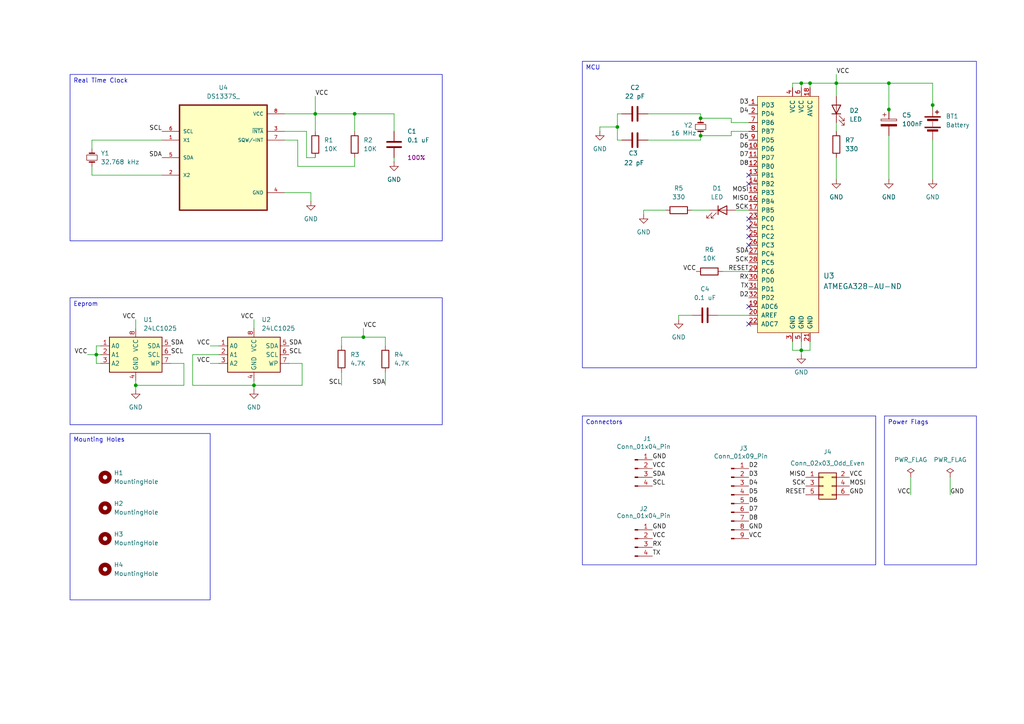
<source format=kicad_sch>
(kicad_sch (version 20231120) (generator "eeschema") (generator_version "8.0")
  (paper "A4")
  (title_block (title "${project_name}") (date "2024-12-24") (rev "1.0") (company "Ibrahim Okur"))
  (lib_symbols
    (symbol "ATMEGA328-AU-ND:ATMEGA328-AU-ND" (pin_names (offset 1.016))
      (property "Reference" "U" (at -10.16 13.97 0))
      (property "Value" "ATMEGA328-AU-ND" (at 2.54 -25.4 90))
      (symbol "ATMEGA328-AU-ND_0_1"
        (rectangle (start -10.16 12.7) (end 7.62 -55.88) (fill (type background)))
      )
      (symbol "ATMEGA328-AU-ND_1_1"
        (pin bidirectional line (at -12.7 10.16 0) (length 2.54) (name "PD3") (number "1"))
        (pin bidirectional line (at -12.7 -2.54 0) (length 2.54) (name "PD6") (number "10"))
        (pin bidirectional line (at -12.7 -5.08 0) (length 2.54) (name "PD7") (number "11"))
        (pin bidirectional line (at -12.7 -7.62 0) (length 2.54) (name "PB0") (number "12"))
        (pin bidirectional line (at -12.7 -10.16 0) (length 2.54) (name "PB1") (number "13"))
        (pin bidirectional line (at -12.7 -12.7 0) (length 2.54) (name "PB2") (number "14"))
        (pin bidirectional line (at -12.7 -15.24 0) (length 2.54) (name "PB3") (number "15"))
        (pin bidirectional line (at -12.7 -17.78 0) (length 2.54) (name "PB4") (number "16"))
        (pin bidirectional line (at -12.7 -20.32 0) (length 2.54) (name "PB5") (number "17"))
        (pin power_in line (at 5.08 15.24 270) (length 2.54) (name "AVCC") (number "18"))
        (pin bidirectional line (at -12.7 -48.26 0) (length 2.54) (name "ADC6") (number "19"))
        (pin bidirectional line (at -12.7 7.62 0) (length 2.54) (name "PD4") (number "2"))
        (pin input line (at -12.7 -50.8 0) (length 2.54) (name "AREF") (number "20"))
        (pin power_in line (at 5.08 -58.42 90) (length 2.54) (name "GND") (number "21"))
        (pin bidirectional line (at -12.7 -53.34 0) (length 2.54) (name "ADC7") (number "22"))
        (pin bidirectional line (at -12.7 -22.86 0) (length 2.54) (name "PC0") (number "23"))
        (pin bidirectional line (at -12.7 -25.4 0) (length 2.54) (name "PC1") (number "24"))
        (pin bidirectional line (at -12.7 -27.94 0) (length 2.54) (name "PC2") (number "25"))
        (pin input line (at -12.7 -30.48 0) (length 2.54) (name "PC3") (number "26"))
        (pin input line (at -12.7 -33.02 0) (length 2.54) (name "PC4") (number "27"))
        (pin input line (at -12.7 -35.56 0) (length 2.54) (name "PC5") (number "28"))
        (pin input line (at -12.7 -38.1 0) (length 2.54) (name "PC6") (number "29"))
        (pin power_in line (at 0 -58.42 90) (length 2.54) (name "GND") (number "3"))
        (pin input line (at -12.7 -40.64 0) (length 2.54) (name "PD0") (number "30"))
        (pin input line (at -12.7 -43.18 0) (length 2.54) (name "PD1") (number "31"))
        (pin input line (at -12.7 -45.72 0) (length 2.54) (name "PD2") (number "32"))
        (pin power_in line (at 0 15.24 270) (length 2.54) (name "VCC") (number "4"))
        (pin power_in line (at 2.54 -58.42 90) (length 2.54) (name "GND") (number "5"))
        (pin power_in line (at 2.54 15.24 270) (length 2.54) (name "VCC") (number "6"))
        (pin bidirectional line (at -12.7 5.08 0) (length 2.54) (name "PB6") (number "7"))
        (pin bidirectional line (at -12.7 2.54 0) (length 2.54) (name "PB7") (number "8"))
        (pin bidirectional line (at -12.7 0 0) (length 2.54) (name "PD5") (number "9"))
      )
    )
    (symbol "Connector:Conn_01x04_Pin" (pin_names (offset 1.016) hide)
      (property "Reference" "J" (at 0 5.08 0))
      (property "Value" "Conn_01x04_Pin" (at 0 -7.62 0))
      (symbol "Conn_01x04_Pin_1_1"
        (polyline (pts (xy 1.27 -5.08) (xy 0.8636 -5.08)) (stroke (width 0.1524)))
        (polyline (pts (xy 1.27 -2.54) (xy 0.8636 -2.54)) (stroke (width 0.1524)))
        (polyline (pts (xy 1.27 0) (xy 0.8636 0)) (stroke (width 0.1524)))
        (polyline (pts (xy 1.27 2.54) (xy 0.8636 2.54)) (stroke (width 0.1524)))
        (rectangle (start 0.8636 -4.953) (end 0 -5.207) (stroke (width 0.1524)) (fill (type outline)))
        (rectangle (start 0.8636 -2.413) (end 0 -2.667) (stroke (width 0.1524)) (fill (type outline)))
        (rectangle (start 0.8636 0.127) (end 0 -0.127) (stroke (width 0.1524)) (fill (type outline)))
        (rectangle (start 0.8636 2.667) (end 0 2.413) (stroke (width 0.1524)) (fill (type outline)))
        (pin passive line (at 5.08 2.54 180) (length 3.81) (name "Pin_1") (number "1"))
        (pin passive line (at 5.08 0 180) (length 3.81) (name "Pin_2") (number "2"))
        (pin passive line (at 5.08 -2.54 180) (length 3.81) (name "Pin_3") (number "3"))
        (pin passive line (at 5.08 -5.08 180) (length 3.81) (name "Pin_4") (number "4"))
      )
    )
    (symbol "Connector:Conn_01x09_Pin" (pin_names (offset 1.016) hide)
      (property "Reference" "J" (at 0 12.7 0))
      (property "Value" "Conn_01x09_Pin" (at 0 -12.7 0))
      (symbol "Conn_01x09_Pin_1_1"
        (polyline (pts (xy 1.27 -10.16) (xy 0.8636 -10.16)) (stroke (width 0.1524)))
        (polyline (pts (xy 1.27 -7.62) (xy 0.8636 -7.62)) (stroke (width 0.1524)))
        (polyline (pts (xy 1.27 -5.08) (xy 0.8636 -5.08)) (stroke (width 0.1524)))
        (polyline (pts (xy 1.27 -2.54) (xy 0.8636 -2.54)) (stroke (width 0.1524)))
        (polyline (pts (xy 1.27 0) (xy 0.8636 0)) (stroke (width 0.1524)))
        (polyline (pts (xy 1.27 2.54) (xy 0.8636 2.54)) (stroke (width 0.1524)))
        (polyline (pts (xy 1.27 5.08) (xy 0.8636 5.08)) (stroke (width 0.1524)))
        (polyline (pts (xy 1.27 7.62) (xy 0.8636 7.62)) (stroke (width 0.1524)))
        (polyline (pts (xy 1.27 10.16) (xy 0.8636 10.16)) (stroke (width 0.1524)))
        (rectangle (start 0.8636 -10.033) (end 0 -10.287) (stroke (width 0.1524)) (fill (type outline)))
        (rectangle (start 0.8636 -7.493) (end 0 -7.747) (stroke (width 0.1524)) (fill (type outline)))
        (rectangle (start 0.8636 -4.953) (end 0 -5.207) (stroke (width 0.1524)) (fill (type outline)))
        (rectangle (start 0.8636 -2.413) (end 0 -2.667) (stroke (width 0.1524)) (fill (type outline)))
        (rectangle (start 0.8636 0.127) (end 0 -0.127) (stroke (width 0.1524)) (fill (type outline)))
        (rectangle (start 0.8636 2.667) (end 0 2.413) (stroke (width 0.1524)) (fill (type outline)))
        (rectangle (start 0.8636 5.207) (end 0 4.953) (stroke (width 0.1524)) (fill (type outline)))
        (rectangle (start 0.8636 7.747) (end 0 7.493) (stroke (width 0.1524)) (fill (type outline)))
        (rectangle (start 0.8636 10.287) (end 0 10.033) (stroke (width 0.1524)) (fill (type outline)))
        (pin passive line (at 5.08 10.16 180) (length 3.81) (name "Pin_1") (number "1"))
        (pin passive line (at 5.08 7.62 180) (length 3.81) (name "Pin_2") (number "2"))
        (pin passive line (at 5.08 5.08 180) (length 3.81) (name "Pin_3") (number "3"))
        (pin passive line (at 5.08 2.54 180) (length 3.81) (name "Pin_4") (number "4"))
        (pin passive line (at 5.08 0 180) (length 3.81) (name "Pin_5") (number "5"))
        (pin passive line (at 5.08 -2.54 180) (length 3.81) (name "Pin_6") (number "6"))
        (pin passive line (at 5.08 -5.08 180) (length 3.81) (name "Pin_7") (number "7"))
        (pin passive line (at 5.08 -7.62 180) (length 3.81) (name "Pin_8") (number "8"))
        (pin passive line (at 5.08 -10.16 180) (length 3.81) (name "Pin_9") (number "9"))
      )
    )
    (symbol "Connector_Generic:Conn_02x03_Odd_Even" (pin_names (offset 1.016) hide)
      (property "Reference" "J" (at 1.27 5.08 0))
      (property "Value" "Conn_02x03_Odd_Even" (at 1.27 -5.08 0))
      (symbol "Conn_02x03_Odd_Even_1_1"
        (rectangle (start -1.27 -2.413) (end 0 -2.667) (stroke (width 0.1524)))
        (rectangle (start -1.27 0.127) (end 0 -0.127) (stroke (width 0.1524)))
        (rectangle (start -1.27 2.667) (end 0 2.413) (stroke (width 0.1524)))
        (rectangle (start -1.27 3.81) (end 3.81 -3.81) (stroke (width 0.254)) (fill (type background)))
        (rectangle (start 3.81 -2.413) (end 2.54 -2.667) (stroke (width 0.1524)))
        (rectangle (start 3.81 0.127) (end 2.54 -0.127) (stroke (width 0.1524)))
        (rectangle (start 3.81 2.667) (end 2.54 2.413) (stroke (width 0.1524)))
        (pin passive line (at -5.08 2.54 0) (length 3.81) (name "Pin_1") (number "1"))
        (pin passive line (at 7.62 2.54 180) (length 3.81) (name "Pin_2") (number "2"))
        (pin passive line (at -5.08 0 0) (length 3.81) (name "Pin_3") (number "3"))
        (pin passive line (at 7.62 0 180) (length 3.81) (name "Pin_4") (number "4"))
        (pin passive line (at -5.08 -2.54 0) (length 3.81) (name "Pin_5") (number "5"))
        (pin passive line (at 7.62 -2.54 180) (length 3.81) (name "Pin_6") (number "6"))
      )
    )
    (symbol "DS1337S_:DS1337S_" (pin_names (offset 1.016))
      (property "Reference" "U" (at -12.7 16.24 0))
      (property "Value" "DS1337S_" (at -12.7 -19.24 0))
      (symbol "DS1337S__0_0"
        (rectangle (start -12.7 -15.24) (end 12.7 15.24) (stroke (width 0.41)) (fill (type background)))
        (pin input line (at -17.78 5.08 0) (length 5.08) (name "X1") (number "1"))
        (pin bidirectional line (at -17.78 -5.08 0) (length 5.08) (name "X2") (number "2"))
        (pin output line (at 17.78 7.62 180) (length 5.08) (name "~{INTA}") (number "3"))
        (pin power_in line (at 17.78 -10.16 180) (length 5.08) (name "GND") (number "4"))
        (pin bidirectional line (at -17.78 0 0) (length 5.08) (name "SDA") (number "5"))
        (pin input line (at -17.78 7.62 0) (length 5.08) (name "SCL") (number "6"))
        (pin output line (at 17.78 5.08 180) (length 5.08) (name "SQW/~INT") (number "7"))
        (pin power_in line (at 17.78 12.7 180) (length 5.08) (name "VCC") (number "8"))
      )
    )
    (symbol "Device:Battery" (pin_numbers hide) (pin_names (offset 0) hide)
      (property "Reference" "BT" (at 2.54 2.54 0))
      (property "Value" "Battery" (at 2.54 0 0))
      (symbol "Battery_0_1"
        (rectangle (start -2.286 -1.27) (end 2.286 -1.524) (fill (type outline)))
        (rectangle (start -2.286 1.778) (end 2.286 1.524) (fill (type outline)))
        (rectangle (start -1.524 -2.032) (end 1.524 -2.54) (fill (type outline)))
        (rectangle (start -1.524 1.016) (end 1.524 0.508) (fill (type outline)))
        (polyline (pts (xy 0 -1.016) (xy 0 -0.762)))
        (polyline (pts (xy 0 -0.508) (xy 0 -0.254)))
        (polyline (pts (xy 0 0) (xy 0 0.254)))
        (polyline (pts (xy 0 1.778) (xy 0 2.54)))
        (polyline (pts (xy 0.762 3.048) (xy 1.778 3.048)) (stroke (width 0.254)))
        (polyline (pts (xy 1.27 3.556) (xy 1.27 2.54)) (stroke (width 0.254)))
      )
      (symbol "Battery_1_1"
        (pin passive line (at 0 5.08 270) (length 2.54) (name "+") (number "1"))
        (pin passive line (at 0 -5.08 90) (length 2.54) (name "-") (number "2"))
      )
    )
    (symbol "Device:C_Polarized" (pin_numbers hide) (pin_names (offset 0.254))
      (property "Reference" "C" (at 0.635 2.54 0))
      (property "Value" "C_Polarized" (at 0.635 -2.54 0))
      (symbol "C_Polarized_0_1"
        (rectangle (start -2.286 0.508) (end 2.286 1.016))
        (polyline (pts (xy -1.778 2.286) (xy -0.762 2.286)))
        (polyline (pts (xy -1.27 2.794) (xy -1.27 1.778)))
        (rectangle (start 2.286 -0.508) (end -2.286 -1.016) (fill (type outline)))
      )
      (symbol "C_Polarized_1_1"
        (pin passive line (at 0 3.81 270) (length 2.794) (name "~") (number "1"))
        (pin passive line (at 0 -3.81 90) (length 2.794) (name "~") (number "2"))
      )
    )
    (symbol "Device:R" (pin_numbers hide) (pin_names (offset 0))
      (property "Reference" "R" (at 2.032 0 90))
      (property "Value" "R" (at 0 0 90))
      (symbol "R_0_1"
        (rectangle (start -1.016 -2.54) (end 1.016 2.54) (stroke (width 0.254)))
      )
      (symbol "R_1_1"
        (pin passive line (at 0 3.81 270) (length 1.27) (name "~") (number "1"))
        (pin passive line (at 0 -3.81 90) (length 1.27) (name "~") (number "2"))
      )
    )
    (symbol "Mechanical:MountingHole" (pin_names (offset 1.016)) (exclude_from_sim yes) (in_bom no)
      (property "Reference" "H" (at 0 5.08 0))
      (property "Value" "MountingHole" (at 0 3.175 0))
      (symbol "MountingHole_0_1"
        (circle (center 0 0) (radius 1.27) (stroke (width 1.27)))
      )
    )
    (symbol "Memory_EEPROM:24LC1025"
      (property "Reference" "U" (at -6.35 6.35 0))
      (property "Value" "24LC1025" (at 1.27 6.35 0))
      (symbol "24LC1025_1_1"
        (rectangle (start -7.62 5.08) (end 7.62 -5.08) (stroke (width 0.254)) (fill (type background)))
        (pin input line (at -10.16 2.54 0) (length 2.54) (name "A0") (number "1"))
        (pin input line (at -10.16 0 0) (length 2.54) (name "A1") (number "2"))
        (pin input line (at -10.16 -2.54 0) (length 2.54) (name "A2") (number "3"))
        (pin power_in line (at 0 -7.62 90) (length 2.54) (name "GND") (number "4"))
        (pin bidirectional line (at 10.16 2.54 180) (length 2.54) (name "SDA") (number "5"))
        (pin input line (at 10.16 0 180) (length 2.54) (name "SCL") (number "6"))
        (pin input line (at 10.16 -2.54 180) (length 2.54) (name "WP") (number "7"))
        (pin power_in line (at 0 7.62 270) (length 2.54) (name "VCC") (number "8"))
      )
    )
    (symbol "SparkFun-Capacitor:C" (pin_numbers hide) (pin_names (offset 0.254))
      (property "Reference" "C" (at 0.635 2.54 0))
      (property "Value" "C" (at 0.635 -2.54 0))
      (property "Voltage" "1kV" (at 0 -6.35 0))
      (property "Tolerance" "100%" (at 0 -8.89 0))
      (symbol "C_0_1"
        (polyline (pts (xy -2.032 -0.762) (xy 2.032 -0.762)) (stroke (width 0.508)))
        (polyline (pts (xy -2.032 0.762) (xy 2.032 0.762)) (stroke (width 0.508)))
      )
      (symbol "C_1_1"
        (pin passive line (at 0 3.81 270) (length 2.794) (name "~") (number "1"))
        (pin passive line (at 0 -3.81 90) (length 2.794) (name "~") (number "2"))
      )
    )
    (symbol "SparkFun-Clock:Crystal" (pin_numbers hide) (pin_names (offset 1.016) hide)
      (property "Reference" "Y" (at 0 2.54 0))
      (property "Value" "Crystal" (at 0 -2.54 0))
      (symbol "Crystal_0_1"
        (rectangle (start -0.762 -1.524) (end 0.762 1.524))
        (polyline (pts (xy -1.27 -0.762) (xy -1.27 0.762)) (stroke (width 0.381)))
        (polyline (pts (xy 1.27 -0.762) (xy 1.27 0.762)) (stroke (width 0.381)))
      )
      (symbol "Crystal_1_1"
        (pin passive line (at -2.54 0 0) (length 1.27) (name "1") (number "1"))
        (pin passive line (at 2.54 0 180) (length 1.27) (name "2") (number "2"))
      )
    )
    (symbol "SparkFun-LED:LED" (pin_numbers hide) (pin_names (offset 1.016) hide)
      (property "Reference" "D" (at 0 2.54 0))
      (property "Value" "LED" (at 0 -2.54 0))
      (symbol "LED_0_1"
        (polyline (pts (xy -1.27 -1.27) (xy -1.27 1.27)) (stroke (width 0.254)))
        (polyline (pts (xy -1.27 0) (xy 1.27 0)))
        (polyline (pts (xy 1.27 -1.27) (xy 1.27 1.27) (xy -1.27 0) (xy 1.27 -1.27)) (stroke (width 0.254)))
        (polyline (pts (xy -3.048 -0.762) (xy -4.572 -2.286) (xy -3.81 -2.286) (xy -4.572 -2.286) (xy -4.572 -1.524)))
        (polyline (pts (xy -1.778 -0.762) (xy -3.302 -2.286) (xy -2.54 -2.286) (xy -3.302 -2.286) (xy -3.302 -1.524)))
      )
      (symbol "LED_1_1"
        (pin passive line (at -3.81 0 0) (length 2.54) (name "K") (number "1"))
        (pin passive line (at 3.81 0 180) (length 2.54) (name "A") (number "2"))
      )
    )
    (symbol "power:GND" (power) (pin_numbers hide) (pin_names (offset 0) hide)
      (property "Value" "GND" (at 0 -3.81 0))
      (symbol "GND_0_1"
        (polyline (pts (xy 0 0) (xy 0 -1.27) (xy 1.27 -1.27) (xy 0 -2.54) (xy -1.27 -1.27) (xy 0 -1.27)))
      )
      (symbol "GND_1_1"
        (pin power_in line (at 0 0 270) (length 0) (name "~") (number "1"))
      )
    )
    (symbol "power:PWR_FLAG" (power) (pin_numbers hide) (pin_names (offset 0) hide)
      (property "Value" "PWR_FLAG" (at 0 3.81 0))
      (symbol "PWR_FLAG_0_0"
        (pin power_out line (at 0 0 90) (length 0) (name "~") (number "1"))
      )
      (symbol "PWR_FLAG_0_1"
        (polyline (pts (xy 0 0) (xy 0 1.27) (xy -1.016 1.905) (xy 0 2.54) (xy 1.016 1.905) (xy 0 1.27)))
      )
    )
  )
  (junction (at 203.2 39.37))
  (junction (at 232.41 101.6))
  (junction (at 105.41 97.79))
  (junction (at 39.37 111.76))
  (junction (at 179.07 36.83))
  (junction (at 257.81 24.13))
  (junction (at 203.2 34.29))
  (junction (at 234.95 24.13))
  (junction (at 232.41 24.13))
  (junction (at 102.87 33.02))
  (junction (at 27.94 102.87))
  (junction (at 91.44 33.02))
  (junction (at 73.66 111.76))
  (junction (at 270.51 30.48))
  (junction (at 257.81 31.75))
  (junction (at 242.57 24.13))
  (no_connect (at 217.17 50.8))
  (no_connect (at 217.17 68.58))
  (no_connect (at 217.17 93.98))
  (no_connect (at 217.17 53.34))
  (no_connect (at 217.17 88.9))
  (no_connect (at 217.17 71.12))
  (no_connect (at 217.17 63.5))
  (no_connect (at 217.17 66.04))
  (wire (pts (xy 25.4 102.87) (xy 27.94 102.87)))
  (wire (pts (xy 29.21 105.41) (xy 27.94 105.41)))
  (wire (pts (xy 180.34 40.64) (xy 179.07 40.64)))
  (wire (pts (xy 217.17 38.1) (xy 212.09 38.1)))
  (wire (pts (xy 242.57 21.59) (xy 242.57 24.13)))
  (wire (pts (xy 73.66 110.49) (xy 73.66 111.76)))
  (wire (pts (xy 114.3 45.72) (xy 114.3 46.99)))
  (wire (pts (xy 55.88 102.87) (xy 55.88 111.76)))
  (wire (pts (xy 102.87 38.1) (xy 102.87 33.02)))
  (wire (pts (xy 102.87 48.26) (xy 102.87 45.72)))
  (wire (pts (xy 213.36 60.96) (xy 217.17 60.96)))
  (wire (pts (xy 83.82 105.41) (xy 87.63 105.41)))
  (wire (pts (xy 187.96 40.64) (xy 203.2 40.64)))
  (wire (pts (xy 234.95 101.6) (xy 232.41 101.6)))
  (wire (pts (xy 39.37 92.71) (xy 39.37 95.25)))
  (wire (pts (xy 60.96 100.33) (xy 63.5 100.33)))
  (wire (pts (xy 242.57 45.72) (xy 242.57 52.07)))
  (wire (pts (xy 196.85 91.44) (xy 200.66 91.44)))
  (wire (pts (xy 91.44 27.94) (xy 91.44 33.02)))
  (wire (pts (xy 46.99 40.64) (xy 26.67 40.64)))
  (wire (pts (xy 63.5 102.87) (xy 55.88 102.87)))
  (wire (pts (xy 193.04 60.96) (xy 186.69 60.96)))
  (wire (pts (xy 86.36 48.26) (xy 102.87 48.26)))
  (wire (pts (xy 257.81 39.37) (xy 257.81 52.07)))
  (wire (pts (xy 99.06 107.95) (xy 99.06 111.76)))
  (wire (pts (xy 179.07 36.83) (xy 179.07 33.02)))
  (wire (pts (xy 102.87 33.02) (xy 91.44 33.02)))
  (wire (pts (xy 99.06 97.79) (xy 99.06 100.33)))
  (wire (pts (xy 27.94 102.87) (xy 29.21 102.87)))
  (wire (pts (xy 27.94 102.87) (xy 27.94 105.41)))
  (wire (pts (xy 212.09 39.37) (xy 203.2 39.37)))
  (wire (pts (xy 105.41 95.25) (xy 105.41 97.79)))
  (wire (pts (xy 257.81 33.02) (xy 257.81 31.75)))
  (wire (pts (xy 91.44 33.02) (xy 91.44 38.1)))
  (wire (pts (xy 203.2 33.02) (xy 203.2 34.29)))
  (wire (pts (xy 29.21 100.33) (xy 27.94 100.33)))
  (wire (pts (xy 229.87 25.4) (xy 229.87 24.13)))
  (wire (pts (xy 257.81 31.75) (xy 257.81 24.13)))
  (wire (pts (xy 39.37 111.76) (xy 39.37 113.03)))
  (wire (pts (xy 264.16 138.43) (xy 264.16 143.51)))
  (wire (pts (xy 242.57 24.13) (xy 257.81 24.13)))
  (wire (pts (xy 88.9 45.72) (xy 88.9 38.1)))
  (wire (pts (xy 232.41 24.13) (xy 234.95 24.13)))
  (wire (pts (xy 203.2 40.64) (xy 203.2 39.37)))
  (wire (pts (xy 187.96 33.02) (xy 203.2 33.02)))
  (wire (pts (xy 212.09 38.1) (xy 212.09 39.37)))
  (wire (pts (xy 242.57 38.1) (xy 242.57 35.56)))
  (wire (pts (xy 232.41 24.13) (xy 232.41 25.4)))
  (wire (pts (xy 234.95 24.13) (xy 242.57 24.13)))
  (wire (pts (xy 53.34 111.76) (xy 39.37 111.76)))
  (wire (pts (xy 111.76 107.95) (xy 111.76 111.76)))
  (wire (pts (xy 39.37 110.49) (xy 39.37 111.76)))
  (wire (pts (xy 82.55 33.02) (xy 91.44 33.02)))
  (wire (pts (xy 212.09 34.29) (xy 212.09 35.56)))
  (wire (pts (xy 229.87 99.06) (xy 229.87 101.6)))
  (wire (pts (xy 232.41 102.87) (xy 232.41 101.6)))
  (wire (pts (xy 90.17 55.88) (xy 82.55 55.88)))
  (wire (pts (xy 179.07 40.64) (xy 179.07 36.83)))
  (wire (pts (xy 270.51 40.64) (xy 270.51 52.07)))
  (wire (pts (xy 49.53 105.41) (xy 53.34 105.41)))
  (wire (pts (xy 234.95 24.13) (xy 234.95 25.4)))
  (wire (pts (xy 73.66 111.76) (xy 73.66 113.03)))
  (wire (pts (xy 257.81 24.13) (xy 270.51 24.13)))
  (wire (pts (xy 53.34 105.41) (xy 53.34 111.76)))
  (wire (pts (xy 209.55 78.74) (xy 217.17 78.74)))
  (wire (pts (xy 203.2 34.29) (xy 212.09 34.29)))
  (wire (pts (xy 212.09 35.56) (xy 217.17 35.56)))
  (wire (pts (xy 114.3 38.1) (xy 114.3 33.02)))
  (wire (pts (xy 275.59 138.43) (xy 275.59 143.51)))
  (wire (pts (xy 232.41 101.6) (xy 232.41 99.06)))
  (wire (pts (xy 90.17 58.42) (xy 90.17 55.88)))
  (wire (pts (xy 73.66 92.71) (xy 73.66 95.25)))
  (wire (pts (xy 186.69 60.96) (xy 186.69 62.23)))
  (wire (pts (xy 82.55 38.1) (xy 88.9 38.1)))
  (wire (pts (xy 102.87 33.02) (xy 114.3 33.02)))
  (wire (pts (xy 82.55 40.64) (xy 86.36 40.64)))
  (wire (pts (xy 105.41 97.79) (xy 111.76 97.79)))
  (wire (pts (xy 86.36 40.64) (xy 86.36 48.26)))
  (wire (pts (xy 270.51 31.75) (xy 270.51 30.48)))
  (wire (pts (xy 208.28 91.44) (xy 217.17 91.44)))
  (wire (pts (xy 270.51 30.48) (xy 270.51 24.13)))
  (wire (pts (xy 229.87 101.6) (xy 232.41 101.6)))
  (wire (pts (xy 242.57 24.13) (xy 242.57 27.94)))
  (wire (pts (xy 60.96 105.41) (xy 63.5 105.41)))
  (wire (pts (xy 26.67 50.8) (xy 46.99 50.8)))
  (wire (pts (xy 26.67 48.26) (xy 26.67 50.8)))
  (wire (pts (xy 111.76 97.79) (xy 111.76 100.33)))
  (wire (pts (xy 173.99 38.1) (xy 173.99 36.83)))
  (wire (pts (xy 205.74 60.96) (xy 200.66 60.96)))
  (wire (pts (xy 26.67 40.64) (xy 26.67 43.18)))
  (wire (pts (xy 105.41 97.79) (xy 99.06 97.79)))
  (wire (pts (xy 55.88 111.76) (xy 73.66 111.76)))
  (wire (pts (xy 173.99 36.83) (xy 179.07 36.83)))
  (wire (pts (xy 234.95 99.06) (xy 234.95 101.6)))
  (wire (pts (xy 179.07 33.02) (xy 180.34 33.02)))
  (wire (pts (xy 87.63 105.41) (xy 87.63 111.76)))
  (wire (pts (xy 229.87 24.13) (xy 232.41 24.13)))
  (wire (pts (xy 196.85 92.71) (xy 196.85 91.44)))
  (wire (pts (xy 27.94 100.33) (xy 27.94 102.87)))
  (wire (pts (xy 91.44 45.72) (xy 88.9 45.72)))
  (wire (pts (xy 87.63 111.76) (xy 73.66 111.76)))
  (text_box "MCU" (at 168.91 17.78 0) (size 114.3 88.9) (effects (font (size 1.27 1.27)) (justify left top)))
  (text_box "Real Time Clock\n" (at 20.32 21.59 0) (size 107.95 48.26) (effects (font (size 1.27 1.27)) (justify left top)))
  (text_box "Connectors\n" (at 168.91 120.65 0) (size 85.09 43.18) (effects (font (size 1.27 1.27)) (justify left top)))
  (text_box "Eeprom" (at 20.32 86.36 0) (size 107.95 36.83) (effects (font (size 1.27 1.27)) (justify left top)))
  (text_box "Mounting Holes" (at 20.32 125.73 0) (size 40.64 48.26) (effects (font (size 1.27 1.27)) (justify left top)))
  (text_box "Power Flags" (at 256.54 120.65 0) (size 26.67 43.18) (effects (font (size 1.27 1.27)) (justify left top)))
  (label "SCL" (at 99.06 111.76 180))
  (label "RX" (at 217.17 81.28 180))
  (label "SDA" (at 83.82 100.33 0))
  (label "SCL" (at 49.53 102.87 0))
  (label "D6" (at 217.17 43.18 180))
  (label "D3" (at 217.17 30.48 180))
  (label "D5" (at 217.17 40.64 180))
  (label "D2" (at 217.17 86.36 180))
  (label "SCK" (at 217.17 60.96 180))
  (label "VCC" (at 39.37 92.71 180))
  (label "VCC" (at 105.41 95.25 0))
  (label "VCC" (at 217.17 156.21 0))
  (label "D2" (at 217.17 135.89 0))
  (label "RX" (at 189.23 158.75 0))
  (label "D7" (at 217.17 148.59 0))
  (label "TX" (at 189.23 161.29 0))
  (label "SCL" (at 83.82 102.87 0))
  (label "MISO" (at 217.17 58.42 180))
  (label "VCC" (at 189.23 135.89 0))
  (label "VCC" (at 201.93 78.74 180))
  (label "GND" (at 189.23 153.67 0))
  (label "D4" (at 217.17 140.97 0))
  (label "GND" (at 189.23 133.35 0))
  (label "RESET" (at 217.17 78.74 180))
  (label "SDA" (at 46.99 45.72 180))
  (label "VCC" (at 242.57 21.59 0))
  (label "D7" (at 217.17 45.72 180))
  (label "GND" (at 217.17 153.67 0))
  (label "VCC" (at 189.23 156.21 0))
  (label "RESET" (at 233.68 143.51 180))
  (label "SCK" (at 233.68 140.97 180))
  (label "SDA" (at 49.53 100.33 0))
  (label "D3" (at 217.17 138.43 0))
  (label "SCK" (at 217.17 76.2 180))
  (label "VCC" (at 264.16 143.51 180))
  (label "D8" (at 217.17 151.13 0))
  (label "VCC" (at 246.38 138.43 0))
  (label "SDA" (at 217.17 73.66 180))
  (label "VCC" (at 60.96 100.33 180))
  (label "SDA" (at 111.76 111.76 180))
  (label "VCC" (at 91.44 27.94 0))
  (label "D4" (at 217.17 33.02 180))
  (label "MOSI" (at 217.17 55.88 180))
  (label "SDA" (at 189.23 138.43 0))
  (label "VCC" (at 25.4 102.87 180))
  (label "D6" (at 217.17 146.05 0))
  (label "GND" (at 246.38 143.51 0))
  (label "D8" (at 217.17 48.26 180))
  (label "VCC" (at 60.96 105.41 180))
  (label "MOSI" (at 246.38 140.97 0))
  (label "D5" (at 217.17 143.51 0))
  (label "TX" (at 217.17 83.82 180))
  (label "GND" (at 275.59 143.51 0))
  (label "MISO" (at 233.68 138.43 180))
  (label "SCL" (at 46.99 38.1 180))
  (label "SCL" (at 189.23 140.97 0))
  (label "VCC" (at 73.66 92.71 180))
  (symbol (lib_id "Device:R") (at 99.06 104.14 0) (unit 1)
    (property "Reference" "R3" (at 101.6 102.8699 0) (effects (justify left)))
    (property "Value" "4.7K" (at 101.6 105.4099 0) (effects (justify left)))
    (property "Footprint" "Resistor_SMD:R_0805_2012Metric" (effects (hide yes)))
    (property "Description" "Resistor" (effects (hide yes)))
  )
  (symbol (lib_id "power:GND") (at 114.3 46.99 0) (unit 1)
    (property "Reference" "#PWR02" (effects (hide yes)))
    (property "Value" "GND" (at 114.3 52.07 0))
    (property "Description" "Power symbol creates a global label with name \"GND\" , ground" (effects (hide yes)))
  )
  (symbol (lib_id "power:PWR_FLAG") (at 275.59 138.43 0) (unit 1)
    (property "Reference" "#FLG02" (effects (hide yes)))
    (property "Value" "PWR_FLAG" (at 275.59 133.35 0))
    (property "Description" "Special symbol for telling ERC where power comes from" (effects (hide yes)))
  )
  (symbol (lib_id "power:GND") (at 73.66 113.03 0) (unit 1)
    (property "Reference" "#PWR04" (effects (hide yes)))
    (property "Value" "GND" (at 73.66 118.11 0))
    (property "Description" "Power symbol creates a global label with name \"GND\" , ground" (effects (hide yes)))
  )
  (symbol (lib_id "Memory_EEPROM:24LC1025") (at 39.37 102.87 0) (unit 1)
    (property "Reference" "U1" (at 41.5641 92.71 0) (effects (justify left)))
    (property "Value" "24LC1025" (at 41.5641 95.25 0) (effects (justify left)))
    (property "Footprint" "Package_SO:SOIC-8_5.23x5.23mm_P1.27mm" (effects (hide yes)))
    (property "Datasheet" "http://ww1.microchip.com/downloads/en/DeviceDoc/21941B.pdf" (effects (hide yes)))
    (property "Description" "I2C Serial EEPROM, 1024Kb, DIP-8/SOIC-8/TSSOP-8/DFN-8" (effects (hide yes)))
  )
  (symbol (lib_id "power:GND") (at 242.57 52.07 0) (unit 1)
    (property "Reference" "#PWR08" (effects (hide yes)))
    (property "Value" "GND" (at 242.57 57.15 0))
    (property "Description" "Power symbol creates a global label with name \"GND\" , ground" (effects (hide yes)))
  )
  (symbol (lib_id "Mechanical:MountingHole") (at 30.48 138.43 0) (unit 1) (exclude_from_sim yes) (in_bom no)
    (property "Reference" "H1" (at 33.02 137.1599 0) (effects (justify left)))
    (property "Value" "MountingHole" (at 33.02 139.6999 0) (effects (justify left)))
    (property "Footprint" "MountingHole:MountingHole_2.1mm" (effects (hide yes)))
    (property "Description" "Mounting Hole without connection" (effects (hide yes)))
  )
  (symbol (lib_id "power:PWR_FLAG") (at 264.16 138.43 0) (unit 1)
    (property "Reference" "#FLG01" (effects (hide yes)))
    (property "Value" "PWR_FLAG" (at 264.16 133.35 0))
    (property "Description" "Special symbol for telling ERC where power comes from" (effects (hide yes)))
  )
  (symbol (lib_id "Device:R") (at 205.74 78.74 90) (unit 1)
    (property "Reference" "R6" (at 205.74 72.39 90))
    (property "Value" "10K" (at 205.74 74.93 90))
    (property "Footprint" "Resistor_SMD:R_0805_2012Metric" (effects (hide yes)))
    (property "Description" "Resistor" (effects (hide yes)))
  )
  (symbol (lib_id "Mechanical:MountingHole") (at 30.48 165.1 0) (unit 1) (exclude_from_sim yes) (in_bom no)
    (property "Reference" "H4" (at 33.02 163.8299 0) (effects (justify left)))
    (property "Value" "MountingHole" (at 33.02 166.3699 0) (effects (justify left)))
    (property "Footprint" "MountingHole:MountingHole_2.1mm" (effects (hide yes)))
    (property "Description" "Mounting Hole without connection" (effects (hide yes)))
  )
  (symbol (lib_id "SparkFun-Clock:Crystal") (at 26.67 45.72 90) (unit 1)
    (property "Reference" "Y1" (at 29.21 44.4499 90) (effects (justify right)))
    (property "Value" "32.768 kHz" (at 29.21 46.9899 90) (effects (justify right)))
    (property "Footprint" "Crystal:Crystal_SMD_5032-2Pin_5.0x3.2mm_HandSoldering" (effects (hide yes)))
    (property "Description" "Crystal" (effects (hide yes)))
    (property "PROD_ID" "XTAL-" (effects (hide yes)))
  )
  (symbol (lib_id "Mechanical:MountingHole") (at 30.48 156.21 0) (unit 1) (exclude_from_sim yes) (in_bom no)
    (property "Reference" "H3" (at 33.02 154.9399 0) (effects (justify left)))
    (property "Value" "MountingHole" (at 33.02 157.4799 0) (effects (justify left)))
    (property "Footprint" "MountingHole:MountingHole_2.1mm" (effects (hide yes)))
    (property "Description" "Mounting Hole without connection" (effects (hide yes)))
  )
  (symbol (lib_id "SparkFun-Capacitor:C") (at 204.47 91.44 90) (unit 1)
    (property "Reference" "C4" (at 204.47 83.82 90))
    (property "Value" "0.1 uF" (at 204.47 86.36 90))
    (property "Footprint" "Capacitor_SMD:C_0805_2012Metric" (effects (hide yes)))
    (property "Datasheet" "https://cdn.sparkfun.com/assets/8/a/4/a/5/Kemet_Capacitor_Datasheet.pdf" (effects (hide yes)))
    (property "Description" "Unpolarized capacitor" (effects (hide yes)))
    (property "PROD_ID" "CAP-00000" (effects (hide yes)))
    (property "Voltage" "1kV" (effects (hide yes)))
  )
  (symbol (lib_id "Device:R") (at 102.87 41.91 0) (unit 1)
    (property "Reference" "R2" (at 105.41 40.6399 0) (effects (justify left)))
    (property "Value" "10K" (at 105.41 43.1799 0) (effects (justify left)))
    (property "Footprint" "Resistor_SMD:R_0805_2012Metric" (effects (hide yes)))
    (property "Description" "Resistor" (effects (hide yes)))
  )
  (symbol (lib_id "SparkFun-Clock:Crystal") (at 203.2 36.83 270) (unit 1)
    (property "Reference" "Y2" (at 198.374 36.322 90) (effects (justify left)))
    (property "Value" "16 MHz" (at 194.564 38.608 90) (effects (justify left)))
    (property "Footprint" "Crystal:Crystal_SMD_5032-2Pin_5.0x3.2mm_HandSoldering" (effects (hide yes)))
    (property "Description" "Crystal" (effects (hide yes)))
    (property "PROD_ID" "XTAL-" (effects (hide yes)))
  )
  (symbol (lib_id "power:GND") (at 90.17 58.42 0) (unit 1)
    (property "Reference" "#PWR01" (effects (hide yes)))
    (property "Value" "GND" (at 90.17 63.5 0))
    (property "Description" "Power symbol creates a global label with name \"GND\" , ground" (effects (hide yes)))
  )
  (symbol (lib_id "Device:R") (at 242.57 41.91 0) (unit 1)
    (property "Reference" "R7" (at 245.11 40.6399 0) (effects (justify left)))
    (property "Value" "330" (at 245.11 43.1799 0) (effects (justify left)))
    (property "Footprint" "Resistor_SMD:R_0805_2012Metric" (effects (hide yes)))
    (property "Description" "Resistor" (effects (hide yes)))
  )
  (symbol (lib_id "Device:R") (at 91.44 41.91 0) (unit 1)
    (property "Reference" "R1" (at 93.98 40.6399 0) (effects (justify left)))
    (property "Value" "10K" (at 93.98 43.1799 0) (effects (justify left)))
    (property "Footprint" "Resistor_SMD:R_0805_2012Metric" (effects (hide yes)))
    (property "Description" "Resistor" (effects (hide yes)))
  )
  (symbol (lib_id "Device:R") (at 196.85 60.96 90) (unit 1)
    (property "Reference" "R5" (at 196.85 54.61 90))
    (property "Value" "330" (at 196.85 57.15 90))
    (property "Footprint" "Resistor_SMD:R_0805_2012Metric" (effects (hide yes)))
    (property "Description" "Resistor" (effects (hide yes)))
  )
  (symbol (lib_id "power:GND") (at 173.99 38.1 0) (unit 1)
    (property "Reference" "#PWR09" (effects (hide yes)))
    (property "Value" "GND" (at 173.99 43.18 0))
    (property "Description" "Power symbol creates a global label with name \"GND\" , ground" (effects (hide yes)))
  )
  (symbol (lib_id "Memory_EEPROM:24LC1025") (at 73.66 102.87 0) (unit 1)
    (property "Reference" "U2" (at 75.8541 92.71 0) (effects (justify left)))
    (property "Value" "24LC1025" (at 75.8541 95.25 0) (effects (justify left)))
    (property "Footprint" "Package_SO:SOIC-8_5.23x5.23mm_P1.27mm" (effects (hide yes)))
    (property "Datasheet" "http://ww1.microchip.com/downloads/en/DeviceDoc/21941B.pdf" (effects (hide yes)))
    (property "Description" "I2C Serial EEPROM, 1024Kb, DIP-8/SOIC-8/TSSOP-8/DFN-8" (effects (hide yes)))
  )
  (symbol (lib_id "Device:C_Polarized") (at 257.81 35.56 0) (unit 1)
    (property "Reference" "C5" (at 261.62 33.4009 0) (effects (justify left)))
    (property "Value" "100nF" (at 261.62 35.9409 0) (effects (justify left)))
    (property "Footprint" "Capacitor_SMD:C_0805_2012Metric" (effects (hide yes)))
    (property "Description" "Polarized capacitor" (effects (hide yes)))
  )
  (symbol (lib_id "DS1337S_:DS1337S_") (at 64.77 45.72 0) (unit 1)
    (property "Reference" "U4" (at 64.77 25.4 0))
    (property "Value" "DS1337S_" (at 64.77 27.94 0))
    (property "Footprint" "DS1337S Footprint:SOIC127P600X175-8N" (effects (hide yes)))
    (property "MF" "Analog Devices" (effects (hide yes)))
    (property "Description_1" "\n                        \n                            I²C Serial Real-Time Clock\n                        \n" (effects (hide yes)))
    (property "Package" "SOIC-8 Maxim" (effects (hide yes)))
    (property "Price" "None" (effects (hide yes)))
    (property "SnapEDA_Link" "https://www.snapeda.com/parts/DS1337S+/Analog+Devices/view-part/?ref=snap" (effects (hide yes)))
    (property "MP" "DS1337S+" (effects (hide yes)))
    (property "Availability" "In Stock" (effects (hide yes)))
    (property "Check_prices" "https://www.snapeda.com/parts/DS1337S+/Analog+Devices/view-part/?ref=eda" (effects (hide yes)))
  )
  (symbol (lib_id "power:GND") (at 196.85 92.71 0) (unit 1)
    (property "Reference" "#PWR011" (effects (hide yes)))
    (property "Value" "GND" (at 196.85 97.79 0))
    (property "Description" "Power symbol creates a global label with name \"GND\" , ground" (effects (hide yes)))
  )
  (symbol (lib_id "Device:Battery") (at 270.51 35.56 0) (unit 1)
    (property "Reference" "BT1" (at 274.32 33.7184 0) (effects (justify left)))
    (property "Value" "Battery" (at 274.32 36.2584 0) (effects (justify left)))
    (property "Footprint" "Connector_PinHeader_2.54mm:PinHeader_1x02_P2.54mm_Vertical" (effects (hide yes)))
    (property "Description" "Multiple-cell battery" (effects (hide yes)))
  )
  (symbol (lib_id "Device:R") (at 111.76 104.14 0) (unit 1)
    (property "Reference" "R4" (at 114.3 102.8699 0) (effects (justify left)))
    (property "Value" "4.7K" (at 114.3 105.4099 0) (effects (justify left)))
    (property "Footprint" "Resistor_SMD:R_0805_2012Metric" (effects (hide yes)))
    (property "Description" "Resistor" (effects (hide yes)))
  )
  (symbol (lib_id "ATMEGA328-AU-ND:ATMEGA328-AU-ND") (at 229.87 40.64 0) (unit 1)
    (property "Reference" "U3" (at 238.76 80.01 0) (effects (font (size 1.524 1.524)) (justify left)))
    (property "Value" "ATMEGA328-AU-ND" (at 238.76 83.058 0) (effects (font (size 1.524 1.524)) (justify left)))
    (property "Footprint" "digikey-footprints:TQFP-32_7x7mm" (effects (hide yes)))
  )
  (symbol (lib_id "power:GND") (at 232.41 102.87 0) (unit 1)
    (property "Reference" "#PWR05" (effects (hide yes)))
    (property "Value" "GND" (at 232.41 107.95 0))
    (property "Description" "Power symbol creates a global label with name \"GND\" , ground" (effects (hide yes)))
  )
  (symbol (lib_id "Connector:Conn_01x09_Pin") (at 212.09 146.05 0) (unit 1)
    (property "Reference" "J3" (at 215.646 130.048 0))
    (property "Value" "Conn_01x09_Pin" (at 214.884 132.334 0))
    (property "Footprint" "Connector_PinHeader_2.54mm:PinHeader_1x09_P2.54mm_Vertical" (effects (hide yes)))
    (property "Description" "Generic connector, single row, 01x09, script generated" (effects (hide yes)))
  )
  (symbol (lib_id "SparkFun-Capacitor:C") (at 184.15 33.02 90) (unit 1)
    (property "Reference" "C2" (at 184.15 25.4 90))
    (property "Value" "22 pF" (at 184.15 27.94 90))
    (property "Footprint" "Capacitor_SMD:C_0805_2012Metric" (effects (hide yes)))
    (property "Datasheet" "https://cdn.sparkfun.com/assets/8/a/4/a/5/Kemet_Capacitor_Datasheet.pdf" (effects (hide yes)))
    (property "Description" "Unpolarized capacitor" (effects (hide yes)))
    (property "PROD_ID" "CAP-00000" (effects (hide yes)))
    (property "Voltage" "1kV" (effects (hide yes)))
  )
  (symbol (lib_id "Connector:Conn_01x04_Pin") (at 184.15 135.89 0) (unit 1)
    (property "Reference" "J1" (at 187.706 127.254 0))
    (property "Value" "Conn_01x04_Pin" (at 186.69 129.54 0))
    (property "Footprint" "Connector_PinHeader_2.54mm:PinHeader_1x04_P2.54mm_Vertical" (effects (hide yes)))
    (property "Description" "Generic connector, single row, 01x04, script generated" (effects (hide yes)))
  )
  (symbol (lib_id "Connector_Generic:Conn_02x03_Odd_Even") (at 238.76 140.97 0) (unit 1)
    (property "Reference" "J4" (at 240.03 131.064 0))
    (property "Value" "Conn_02x03_Odd_Even" (at 240.03 134.366 0))
    (property "Footprint" "Connector_PinHeader_2.54mm:PinHeader_2x03_P2.54mm_Vertical" (effects (hide yes)))
    (property "Description" "Generic connector, double row, 02x03, odd/even pin numbering scheme (row 1 odd numbers, row 2 even numbers), script generated (kicad-library-utils/schlib/autogen/connector/)" (effects (hide yes)))
  )
  (symbol (lib_id "SparkFun-LED:LED") (at 242.57 31.75 90) (unit 1)
    (property "Reference" "D2" (at 246.38 32.0674 90) (effects (justify right)))
    (property "Value" "LED" (at 246.38 34.6074 90) (effects (justify right)))
    (property "Footprint" "LED_SMD:LED_0805_2012Metric" (effects (hide yes)))
    (property "Description" "Light emitting diode" (effects (hide yes)))
    (property "PROD_ID" "LED-" (effects (hide yes)))
  )
  (symbol (lib_id "power:GND") (at 186.69 62.23 0) (unit 1)
    (property "Reference" "#PWR010" (effects (hide yes)))
    (property "Value" "GND" (at 186.69 67.31 0))
    (property "Description" "Power symbol creates a global label with name \"GND\" , ground" (effects (hide yes)))
  )
  (symbol (lib_id "Mechanical:MountingHole") (at 30.48 147.32 0) (unit 1) (exclude_from_sim yes) (in_bom no)
    (property "Reference" "H2" (at 33.02 146.0499 0) (effects (justify left)))
    (property "Value" "MountingHole" (at 33.02 148.5899 0) (effects (justify left)))
    (property "Footprint" "MountingHole:MountingHole_2.1mm" (effects (hide yes)))
    (property "Description" "Mounting Hole without connection" (effects (hide yes)))
  )
  (symbol (lib_id "SparkFun-LED:LED") (at 209.55 60.96 0) (unit 1)
    (property "Reference" "D1" (at 207.9625 54.61 0))
    (property "Value" "LED" (at 207.9625 57.15 0))
    (property "Footprint" "LED_SMD:LED_0805_2012Metric" (effects (hide yes)))
    (property "Description" "Light emitting diode" (effects (hide yes)))
    (property "PROD_ID" "LED-" (effects (hide yes)))
  )
  (symbol (lib_id "power:GND") (at 270.51 52.07 0) (unit 1)
    (property "Reference" "#PWR07" (effects (hide yes)))
    (property "Value" "GND" (at 270.51 57.15 0))
    (property "Description" "Power symbol creates a global label with name \"GND\" , ground" (effects (hide yes)))
  )
  (symbol (lib_id "power:GND") (at 39.37 113.03 0) (unit 1)
    (property "Reference" "#PWR03" (effects (hide yes)))
    (property "Value" "GND" (at 39.37 118.11 0))
    (property "Description" "Power symbol creates a global label with name \"GND\" , ground" (effects (hide yes)))
  )
  (symbol (lib_id "SparkFun-Capacitor:C") (at 114.3 41.91 0) (unit 1)
    (property "Reference" "C1" (at 118.11 38.0999 0) (effects (justify left)))
    (property "Value" "0.1 uF" (at 118.11 40.6399 0) (effects (justify left)))
    (property "Footprint" "Capacitor_SMD:C_0805_2012Metric" (effects (hide yes)))
    (property "Datasheet" "https://cdn.sparkfun.com/assets/8/a/4/a/5/Kemet_Capacitor_Datasheet.pdf" (effects (hide yes)))
    (property "Description" "Unpolarized capacitor" (effects (hide yes)))
    (property "PROD_ID" "CAP-00000" (effects (hide yes)))
    (property "Voltage" "1kV" (effects (hide yes)))
    (property "Tolerance" "100%" (at 118.11 45.7199 0) (effects (justify left)))
  )
  (symbol (lib_id "SparkFun-Capacitor:C") (at 184.15 40.64 90) (unit 1)
    (property "Reference" "C3" (at 183.642 44.45 90))
    (property "Value" "22 pF" (at 183.896 47.244 90))
    (property "Footprint" "Capacitor_SMD:C_0805_2012Metric" (effects (hide yes)))
    (property "Datasheet" "https://cdn.sparkfun.com/assets/8/a/4/a/5/Kemet_Capacitor_Datasheet.pdf" (effects (hide yes)))
    (property "Description" "Unpolarized capacitor" (effects (hide yes)))
    (property "PROD_ID" "CAP-00000" (effects (hide yes)))
    (property "Voltage" "1kV" (effects (hide yes)))
  )
  (symbol (lib_id "power:GND") (at 257.81 52.07 0) (unit 1)
    (property "Reference" "#PWR06" (effects (hide yes)))
    (property "Value" "GND" (at 257.81 57.15 0))
    (property "Description" "Power symbol creates a global label with name \"GND\" , ground" (effects (hide yes)))
  )
  (symbol (lib_id "Connector:Conn_01x04_Pin") (at 184.15 156.21 0) (unit 1)
    (property "Reference" "J2" (at 186.69 147.574 0))
    (property "Value" "Conn_01x04_Pin" (at 186.69 149.606 0))
    (property "Footprint" "Connector_PinHeader_2.54mm:PinHeader_1x04_P2.54mm_Vertical" (effects (hide yes)))
    (property "Description" "Generic connector, single row, 01x04, script generated" (effects (hide yes)))
  )
)
</source>
